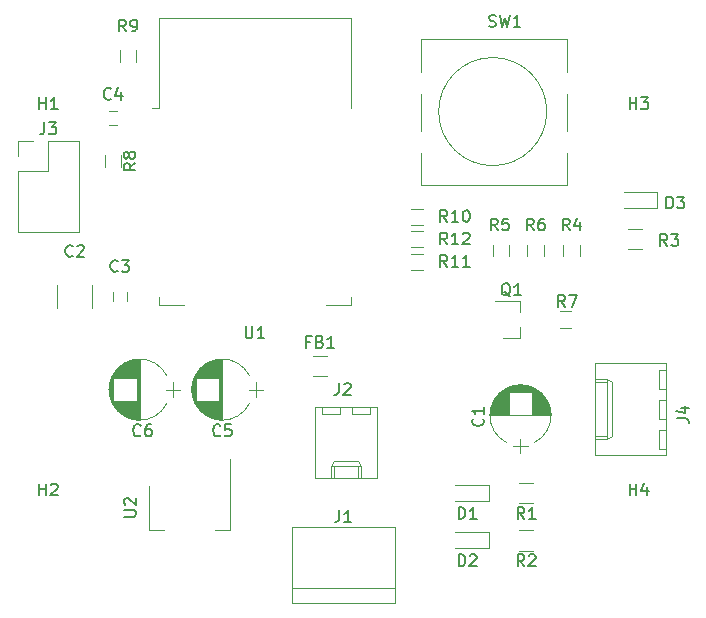
<source format=gbr>
G04 #@! TF.GenerationSoftware,KiCad,Pcbnew,5.0.1*
G04 #@! TF.CreationDate,2018-11-13T21:20:22+00:00*
G04 #@! TF.ProjectId,ESP8266-WS2812B,455350383236362D575332383132422E,rev?*
G04 #@! TF.SameCoordinates,Original*
G04 #@! TF.FileFunction,Legend,Top*
G04 #@! TF.FilePolarity,Positive*
%FSLAX46Y46*%
G04 Gerber Fmt 4.6, Leading zero omitted, Abs format (unit mm)*
G04 Created by KiCad (PCBNEW 5.0.1) date Tue 13 Nov 2018 21:20:22 GMT*
%MOMM*%
%LPD*%
G01*
G04 APERTURE LIST*
%ADD10C,0.120000*%
%ADD11C,0.150000*%
G04 APERTURE END LIST*
D10*
G04 #@! TO.C,C1*
X144350000Y-137776000D02*
X145650000Y-137776000D01*
X145000000Y-138376000D02*
X145000000Y-137176000D01*
X144646000Y-132615000D02*
X145354000Y-132615000D01*
X144441000Y-132655000D02*
X145559000Y-132655000D01*
X144293000Y-132695000D02*
X145707000Y-132695000D01*
X144171000Y-132735000D02*
X145829000Y-132735000D01*
X144066000Y-132775000D02*
X145934000Y-132775000D01*
X143972000Y-132815000D02*
X146028000Y-132815000D01*
X143888000Y-132855000D02*
X146112000Y-132855000D01*
X143811000Y-132895000D02*
X146189000Y-132895000D01*
X143739000Y-132935000D02*
X146261000Y-132935000D01*
X143673000Y-132975000D02*
X146327000Y-132975000D01*
X143610000Y-133015000D02*
X146390000Y-133015000D01*
X143552000Y-133055000D02*
X146448000Y-133055000D01*
X143496000Y-133095000D02*
X146504000Y-133095000D01*
X143444000Y-133135000D02*
X146556000Y-133135000D01*
X143394000Y-133175000D02*
X146606000Y-133175000D01*
X145980000Y-133215000D02*
X146654000Y-133215000D01*
X143346000Y-133215000D02*
X144020000Y-133215000D01*
X145980000Y-133255000D02*
X146699000Y-133255000D01*
X143301000Y-133255000D02*
X144020000Y-133255000D01*
X145980000Y-133295000D02*
X146742000Y-133295000D01*
X143258000Y-133295000D02*
X144020000Y-133295000D01*
X145980000Y-133335000D02*
X146783000Y-133335000D01*
X143217000Y-133335000D02*
X144020000Y-133335000D01*
X145980000Y-133375000D02*
X146823000Y-133375000D01*
X143177000Y-133375000D02*
X144020000Y-133375000D01*
X145980000Y-133415000D02*
X146861000Y-133415000D01*
X143139000Y-133415000D02*
X144020000Y-133415000D01*
X145980000Y-133455000D02*
X146897000Y-133455000D01*
X143103000Y-133455000D02*
X144020000Y-133455000D01*
X145980000Y-133495000D02*
X146932000Y-133495000D01*
X143068000Y-133495000D02*
X144020000Y-133495000D01*
X145980000Y-133535000D02*
X146965000Y-133535000D01*
X143035000Y-133535000D02*
X144020000Y-133535000D01*
X145980000Y-133575000D02*
X146997000Y-133575000D01*
X143003000Y-133575000D02*
X144020000Y-133575000D01*
X145980000Y-133615000D02*
X147028000Y-133615000D01*
X142972000Y-133615000D02*
X144020000Y-133615000D01*
X145980000Y-133655000D02*
X147058000Y-133655000D01*
X142942000Y-133655000D02*
X144020000Y-133655000D01*
X145980000Y-133695000D02*
X147086000Y-133695000D01*
X142914000Y-133695000D02*
X144020000Y-133695000D01*
X145980000Y-133735000D02*
X147113000Y-133735000D01*
X142887000Y-133735000D02*
X144020000Y-133735000D01*
X145980000Y-133775000D02*
X147140000Y-133775000D01*
X142860000Y-133775000D02*
X144020000Y-133775000D01*
X145980000Y-133815000D02*
X147165000Y-133815000D01*
X142835000Y-133815000D02*
X144020000Y-133815000D01*
X145980000Y-133855000D02*
X147189000Y-133855000D01*
X142811000Y-133855000D02*
X144020000Y-133855000D01*
X145980000Y-133895000D02*
X147212000Y-133895000D01*
X142788000Y-133895000D02*
X144020000Y-133895000D01*
X145980000Y-133935000D02*
X147234000Y-133935000D01*
X142766000Y-133935000D02*
X144020000Y-133935000D01*
X145980000Y-133975000D02*
X147256000Y-133975000D01*
X142744000Y-133975000D02*
X144020000Y-133975000D01*
X145980000Y-134015000D02*
X147276000Y-134015000D01*
X142724000Y-134015000D02*
X144020000Y-134015000D01*
X145980000Y-134055000D02*
X147296000Y-134055000D01*
X142704000Y-134055000D02*
X144020000Y-134055000D01*
X145980000Y-134095000D02*
X147315000Y-134095000D01*
X142685000Y-134095000D02*
X144020000Y-134095000D01*
X145980000Y-134135000D02*
X147333000Y-134135000D01*
X142667000Y-134135000D02*
X144020000Y-134135000D01*
X145980000Y-134175000D02*
X147350000Y-134175000D01*
X142650000Y-134175000D02*
X144020000Y-134175000D01*
X145980000Y-134215000D02*
X147366000Y-134215000D01*
X142634000Y-134215000D02*
X144020000Y-134215000D01*
X145980000Y-134255000D02*
X147382000Y-134255000D01*
X142618000Y-134255000D02*
X144020000Y-134255000D01*
X145980000Y-134295000D02*
X147396000Y-134295000D01*
X142604000Y-134295000D02*
X144020000Y-134295000D01*
X145980000Y-134335000D02*
X147410000Y-134335000D01*
X142590000Y-134335000D02*
X144020000Y-134335000D01*
X145980000Y-134375000D02*
X147424000Y-134375000D01*
X142576000Y-134375000D02*
X144020000Y-134375000D01*
X145980000Y-134415000D02*
X147436000Y-134415000D01*
X142564000Y-134415000D02*
X144020000Y-134415000D01*
X145980000Y-134455000D02*
X147448000Y-134455000D01*
X142552000Y-134455000D02*
X144020000Y-134455000D01*
X145980000Y-134496000D02*
X147460000Y-134496000D01*
X142540000Y-134496000D02*
X144020000Y-134496000D01*
X145980000Y-134536000D02*
X147470000Y-134536000D01*
X142530000Y-134536000D02*
X144020000Y-134536000D01*
X145980000Y-134576000D02*
X147480000Y-134576000D01*
X142520000Y-134576000D02*
X144020000Y-134576000D01*
X145980000Y-134616000D02*
X147489000Y-134616000D01*
X142511000Y-134616000D02*
X144020000Y-134616000D01*
X145980000Y-134656000D02*
X147498000Y-134656000D01*
X142502000Y-134656000D02*
X144020000Y-134656000D01*
X145980000Y-134696000D02*
X147506000Y-134696000D01*
X142494000Y-134696000D02*
X144020000Y-134696000D01*
X145980000Y-134736000D02*
X147513000Y-134736000D01*
X142487000Y-134736000D02*
X144020000Y-134736000D01*
X145980000Y-134776000D02*
X147519000Y-134776000D01*
X142481000Y-134776000D02*
X144020000Y-134776000D01*
X145980000Y-134816000D02*
X147525000Y-134816000D01*
X142475000Y-134816000D02*
X144020000Y-134816000D01*
X145980000Y-134856000D02*
X147531000Y-134856000D01*
X142469000Y-134856000D02*
X144020000Y-134856000D01*
X145980000Y-134896000D02*
X147535000Y-134896000D01*
X142465000Y-134896000D02*
X144020000Y-134896000D01*
X145980000Y-134936000D02*
X147539000Y-134936000D01*
X142461000Y-134936000D02*
X144020000Y-134936000D01*
X145980000Y-134976000D02*
X147543000Y-134976000D01*
X142457000Y-134976000D02*
X144020000Y-134976000D01*
X145980000Y-135016000D02*
X147546000Y-135016000D01*
X142454000Y-135016000D02*
X144020000Y-135016000D01*
X145980000Y-135056000D02*
X147548000Y-135056000D01*
X142452000Y-135056000D02*
X144020000Y-135056000D01*
X145980000Y-135096000D02*
X147549000Y-135096000D01*
X142451000Y-135096000D02*
X144020000Y-135096000D01*
X145980000Y-135136000D02*
X147550000Y-135136000D01*
X142450000Y-135136000D02*
X144020000Y-135136000D01*
X142450000Y-135176000D02*
X147550000Y-135176000D01*
X146179723Y-132870278D02*
G75*
G03X143820000Y-132870420I-1179723J-2305722D01*
G01*
X146179723Y-132870278D02*
G75*
G02X146180000Y-137481580I-1179723J-2305722D01*
G01*
X143820277Y-132870278D02*
G75*
G03X143820000Y-137481580I1179723J-2305722D01*
G01*
G04 #@! TO.C,C2*
X105780000Y-124120000D02*
X105780000Y-126120000D01*
X108740000Y-126120000D02*
X108740000Y-124120000D01*
G04 #@! TO.C,C3*
X110470000Y-125470000D02*
X110470000Y-124770000D01*
X111670000Y-124770000D02*
X111670000Y-125470000D01*
G04 #@! TO.C,C4*
X110840000Y-110600000D02*
X110140000Y-110600000D01*
X110140000Y-109400000D02*
X110840000Y-109400000D01*
G04 #@! TO.C,C5*
X122600000Y-133650000D02*
X122600000Y-132350000D01*
X123200000Y-133000000D02*
X122000000Y-133000000D01*
X117189000Y-133354000D02*
X117189000Y-132646000D01*
X117229000Y-133559000D02*
X117229000Y-132441000D01*
X117269000Y-133707000D02*
X117269000Y-132293000D01*
X117309000Y-133829000D02*
X117309000Y-132171000D01*
X117349000Y-133934000D02*
X117349000Y-132066000D01*
X117389000Y-134028000D02*
X117389000Y-131972000D01*
X117429000Y-134112000D02*
X117429000Y-131888000D01*
X117469000Y-134189000D02*
X117469000Y-131811000D01*
X117509000Y-134261000D02*
X117509000Y-131739000D01*
X117549000Y-132020000D02*
X117549000Y-131673000D01*
X117549000Y-134327000D02*
X117549000Y-133980000D01*
X117589000Y-132020000D02*
X117589000Y-131610000D01*
X117589000Y-134390000D02*
X117589000Y-133980000D01*
X117629000Y-132020000D02*
X117629000Y-131552000D01*
X117629000Y-134448000D02*
X117629000Y-133980000D01*
X117669000Y-132020000D02*
X117669000Y-131496000D01*
X117669000Y-134504000D02*
X117669000Y-133980000D01*
X117709000Y-132020000D02*
X117709000Y-131444000D01*
X117709000Y-134556000D02*
X117709000Y-133980000D01*
X117749000Y-132020000D02*
X117749000Y-131394000D01*
X117749000Y-134606000D02*
X117749000Y-133980000D01*
X117789000Y-132020000D02*
X117789000Y-131346000D01*
X117789000Y-134654000D02*
X117789000Y-133980000D01*
X117829000Y-132020000D02*
X117829000Y-131301000D01*
X117829000Y-134699000D02*
X117829000Y-133980000D01*
X117869000Y-132020000D02*
X117869000Y-131258000D01*
X117869000Y-134742000D02*
X117869000Y-133980000D01*
X117909000Y-132020000D02*
X117909000Y-131217000D01*
X117909000Y-134783000D02*
X117909000Y-133980000D01*
X117949000Y-132020000D02*
X117949000Y-131177000D01*
X117949000Y-134823000D02*
X117949000Y-133980000D01*
X117989000Y-132020000D02*
X117989000Y-131139000D01*
X117989000Y-134861000D02*
X117989000Y-133980000D01*
X118029000Y-132020000D02*
X118029000Y-131103000D01*
X118029000Y-134897000D02*
X118029000Y-133980000D01*
X118069000Y-132020000D02*
X118069000Y-131068000D01*
X118069000Y-134932000D02*
X118069000Y-133980000D01*
X118109000Y-132020000D02*
X118109000Y-131035000D01*
X118109000Y-134965000D02*
X118109000Y-133980000D01*
X118149000Y-132020000D02*
X118149000Y-131003000D01*
X118149000Y-134997000D02*
X118149000Y-133980000D01*
X118189000Y-132020000D02*
X118189000Y-130972000D01*
X118189000Y-135028000D02*
X118189000Y-133980000D01*
X118229000Y-132020000D02*
X118229000Y-130942000D01*
X118229000Y-135058000D02*
X118229000Y-133980000D01*
X118269000Y-132020000D02*
X118269000Y-130914000D01*
X118269000Y-135086000D02*
X118269000Y-133980000D01*
X118309000Y-132020000D02*
X118309000Y-130887000D01*
X118309000Y-135113000D02*
X118309000Y-133980000D01*
X118349000Y-132020000D02*
X118349000Y-130860000D01*
X118349000Y-135140000D02*
X118349000Y-133980000D01*
X118389000Y-132020000D02*
X118389000Y-130835000D01*
X118389000Y-135165000D02*
X118389000Y-133980000D01*
X118429000Y-132020000D02*
X118429000Y-130811000D01*
X118429000Y-135189000D02*
X118429000Y-133980000D01*
X118469000Y-132020000D02*
X118469000Y-130788000D01*
X118469000Y-135212000D02*
X118469000Y-133980000D01*
X118509000Y-132020000D02*
X118509000Y-130766000D01*
X118509000Y-135234000D02*
X118509000Y-133980000D01*
X118549000Y-132020000D02*
X118549000Y-130744000D01*
X118549000Y-135256000D02*
X118549000Y-133980000D01*
X118589000Y-132020000D02*
X118589000Y-130724000D01*
X118589000Y-135276000D02*
X118589000Y-133980000D01*
X118629000Y-132020000D02*
X118629000Y-130704000D01*
X118629000Y-135296000D02*
X118629000Y-133980000D01*
X118669000Y-132020000D02*
X118669000Y-130685000D01*
X118669000Y-135315000D02*
X118669000Y-133980000D01*
X118709000Y-132020000D02*
X118709000Y-130667000D01*
X118709000Y-135333000D02*
X118709000Y-133980000D01*
X118749000Y-132020000D02*
X118749000Y-130650000D01*
X118749000Y-135350000D02*
X118749000Y-133980000D01*
X118789000Y-132020000D02*
X118789000Y-130634000D01*
X118789000Y-135366000D02*
X118789000Y-133980000D01*
X118829000Y-132020000D02*
X118829000Y-130618000D01*
X118829000Y-135382000D02*
X118829000Y-133980000D01*
X118869000Y-132020000D02*
X118869000Y-130604000D01*
X118869000Y-135396000D02*
X118869000Y-133980000D01*
X118909000Y-132020000D02*
X118909000Y-130590000D01*
X118909000Y-135410000D02*
X118909000Y-133980000D01*
X118949000Y-132020000D02*
X118949000Y-130576000D01*
X118949000Y-135424000D02*
X118949000Y-133980000D01*
X118989000Y-132020000D02*
X118989000Y-130564000D01*
X118989000Y-135436000D02*
X118989000Y-133980000D01*
X119029000Y-132020000D02*
X119029000Y-130552000D01*
X119029000Y-135448000D02*
X119029000Y-133980000D01*
X119070000Y-132020000D02*
X119070000Y-130540000D01*
X119070000Y-135460000D02*
X119070000Y-133980000D01*
X119110000Y-132020000D02*
X119110000Y-130530000D01*
X119110000Y-135470000D02*
X119110000Y-133980000D01*
X119150000Y-132020000D02*
X119150000Y-130520000D01*
X119150000Y-135480000D02*
X119150000Y-133980000D01*
X119190000Y-132020000D02*
X119190000Y-130511000D01*
X119190000Y-135489000D02*
X119190000Y-133980000D01*
X119230000Y-132020000D02*
X119230000Y-130502000D01*
X119230000Y-135498000D02*
X119230000Y-133980000D01*
X119270000Y-132020000D02*
X119270000Y-130494000D01*
X119270000Y-135506000D02*
X119270000Y-133980000D01*
X119310000Y-132020000D02*
X119310000Y-130487000D01*
X119310000Y-135513000D02*
X119310000Y-133980000D01*
X119350000Y-132020000D02*
X119350000Y-130481000D01*
X119350000Y-135519000D02*
X119350000Y-133980000D01*
X119390000Y-132020000D02*
X119390000Y-130475000D01*
X119390000Y-135525000D02*
X119390000Y-133980000D01*
X119430000Y-132020000D02*
X119430000Y-130469000D01*
X119430000Y-135531000D02*
X119430000Y-133980000D01*
X119470000Y-132020000D02*
X119470000Y-130465000D01*
X119470000Y-135535000D02*
X119470000Y-133980000D01*
X119510000Y-135539000D02*
X119510000Y-130461000D01*
X119550000Y-135543000D02*
X119550000Y-130457000D01*
X119590000Y-135546000D02*
X119590000Y-130454000D01*
X119630000Y-135548000D02*
X119630000Y-130452000D01*
X119670000Y-135549000D02*
X119670000Y-130451000D01*
X119710000Y-135550000D02*
X119710000Y-130450000D01*
X119750000Y-135550000D02*
X119750000Y-130450000D01*
X117444278Y-131820277D02*
G75*
G03X117444420Y-134180000I2305722J-1179723D01*
G01*
X117444278Y-131820277D02*
G75*
G02X122055580Y-131820000I2305722J-1179723D01*
G01*
X117444278Y-134179723D02*
G75*
G03X122055580Y-134180000I2305722J1179723D01*
G01*
G04 #@! TO.C,C6*
X110444278Y-134179723D02*
G75*
G03X115055580Y-134180000I2305722J1179723D01*
G01*
X110444278Y-131820277D02*
G75*
G02X115055580Y-131820000I2305722J-1179723D01*
G01*
X110444278Y-131820277D02*
G75*
G03X110444420Y-134180000I2305722J-1179723D01*
G01*
X112750000Y-135550000D02*
X112750000Y-130450000D01*
X112710000Y-135550000D02*
X112710000Y-130450000D01*
X112670000Y-135549000D02*
X112670000Y-130451000D01*
X112630000Y-135548000D02*
X112630000Y-130452000D01*
X112590000Y-135546000D02*
X112590000Y-130454000D01*
X112550000Y-135543000D02*
X112550000Y-130457000D01*
X112510000Y-135539000D02*
X112510000Y-130461000D01*
X112470000Y-135535000D02*
X112470000Y-133980000D01*
X112470000Y-132020000D02*
X112470000Y-130465000D01*
X112430000Y-135531000D02*
X112430000Y-133980000D01*
X112430000Y-132020000D02*
X112430000Y-130469000D01*
X112390000Y-135525000D02*
X112390000Y-133980000D01*
X112390000Y-132020000D02*
X112390000Y-130475000D01*
X112350000Y-135519000D02*
X112350000Y-133980000D01*
X112350000Y-132020000D02*
X112350000Y-130481000D01*
X112310000Y-135513000D02*
X112310000Y-133980000D01*
X112310000Y-132020000D02*
X112310000Y-130487000D01*
X112270000Y-135506000D02*
X112270000Y-133980000D01*
X112270000Y-132020000D02*
X112270000Y-130494000D01*
X112230000Y-135498000D02*
X112230000Y-133980000D01*
X112230000Y-132020000D02*
X112230000Y-130502000D01*
X112190000Y-135489000D02*
X112190000Y-133980000D01*
X112190000Y-132020000D02*
X112190000Y-130511000D01*
X112150000Y-135480000D02*
X112150000Y-133980000D01*
X112150000Y-132020000D02*
X112150000Y-130520000D01*
X112110000Y-135470000D02*
X112110000Y-133980000D01*
X112110000Y-132020000D02*
X112110000Y-130530000D01*
X112070000Y-135460000D02*
X112070000Y-133980000D01*
X112070000Y-132020000D02*
X112070000Y-130540000D01*
X112029000Y-135448000D02*
X112029000Y-133980000D01*
X112029000Y-132020000D02*
X112029000Y-130552000D01*
X111989000Y-135436000D02*
X111989000Y-133980000D01*
X111989000Y-132020000D02*
X111989000Y-130564000D01*
X111949000Y-135424000D02*
X111949000Y-133980000D01*
X111949000Y-132020000D02*
X111949000Y-130576000D01*
X111909000Y-135410000D02*
X111909000Y-133980000D01*
X111909000Y-132020000D02*
X111909000Y-130590000D01*
X111869000Y-135396000D02*
X111869000Y-133980000D01*
X111869000Y-132020000D02*
X111869000Y-130604000D01*
X111829000Y-135382000D02*
X111829000Y-133980000D01*
X111829000Y-132020000D02*
X111829000Y-130618000D01*
X111789000Y-135366000D02*
X111789000Y-133980000D01*
X111789000Y-132020000D02*
X111789000Y-130634000D01*
X111749000Y-135350000D02*
X111749000Y-133980000D01*
X111749000Y-132020000D02*
X111749000Y-130650000D01*
X111709000Y-135333000D02*
X111709000Y-133980000D01*
X111709000Y-132020000D02*
X111709000Y-130667000D01*
X111669000Y-135315000D02*
X111669000Y-133980000D01*
X111669000Y-132020000D02*
X111669000Y-130685000D01*
X111629000Y-135296000D02*
X111629000Y-133980000D01*
X111629000Y-132020000D02*
X111629000Y-130704000D01*
X111589000Y-135276000D02*
X111589000Y-133980000D01*
X111589000Y-132020000D02*
X111589000Y-130724000D01*
X111549000Y-135256000D02*
X111549000Y-133980000D01*
X111549000Y-132020000D02*
X111549000Y-130744000D01*
X111509000Y-135234000D02*
X111509000Y-133980000D01*
X111509000Y-132020000D02*
X111509000Y-130766000D01*
X111469000Y-135212000D02*
X111469000Y-133980000D01*
X111469000Y-132020000D02*
X111469000Y-130788000D01*
X111429000Y-135189000D02*
X111429000Y-133980000D01*
X111429000Y-132020000D02*
X111429000Y-130811000D01*
X111389000Y-135165000D02*
X111389000Y-133980000D01*
X111389000Y-132020000D02*
X111389000Y-130835000D01*
X111349000Y-135140000D02*
X111349000Y-133980000D01*
X111349000Y-132020000D02*
X111349000Y-130860000D01*
X111309000Y-135113000D02*
X111309000Y-133980000D01*
X111309000Y-132020000D02*
X111309000Y-130887000D01*
X111269000Y-135086000D02*
X111269000Y-133980000D01*
X111269000Y-132020000D02*
X111269000Y-130914000D01*
X111229000Y-135058000D02*
X111229000Y-133980000D01*
X111229000Y-132020000D02*
X111229000Y-130942000D01*
X111189000Y-135028000D02*
X111189000Y-133980000D01*
X111189000Y-132020000D02*
X111189000Y-130972000D01*
X111149000Y-134997000D02*
X111149000Y-133980000D01*
X111149000Y-132020000D02*
X111149000Y-131003000D01*
X111109000Y-134965000D02*
X111109000Y-133980000D01*
X111109000Y-132020000D02*
X111109000Y-131035000D01*
X111069000Y-134932000D02*
X111069000Y-133980000D01*
X111069000Y-132020000D02*
X111069000Y-131068000D01*
X111029000Y-134897000D02*
X111029000Y-133980000D01*
X111029000Y-132020000D02*
X111029000Y-131103000D01*
X110989000Y-134861000D02*
X110989000Y-133980000D01*
X110989000Y-132020000D02*
X110989000Y-131139000D01*
X110949000Y-134823000D02*
X110949000Y-133980000D01*
X110949000Y-132020000D02*
X110949000Y-131177000D01*
X110909000Y-134783000D02*
X110909000Y-133980000D01*
X110909000Y-132020000D02*
X110909000Y-131217000D01*
X110869000Y-134742000D02*
X110869000Y-133980000D01*
X110869000Y-132020000D02*
X110869000Y-131258000D01*
X110829000Y-134699000D02*
X110829000Y-133980000D01*
X110829000Y-132020000D02*
X110829000Y-131301000D01*
X110789000Y-134654000D02*
X110789000Y-133980000D01*
X110789000Y-132020000D02*
X110789000Y-131346000D01*
X110749000Y-134606000D02*
X110749000Y-133980000D01*
X110749000Y-132020000D02*
X110749000Y-131394000D01*
X110709000Y-134556000D02*
X110709000Y-133980000D01*
X110709000Y-132020000D02*
X110709000Y-131444000D01*
X110669000Y-134504000D02*
X110669000Y-133980000D01*
X110669000Y-132020000D02*
X110669000Y-131496000D01*
X110629000Y-134448000D02*
X110629000Y-133980000D01*
X110629000Y-132020000D02*
X110629000Y-131552000D01*
X110589000Y-134390000D02*
X110589000Y-133980000D01*
X110589000Y-132020000D02*
X110589000Y-131610000D01*
X110549000Y-134327000D02*
X110549000Y-133980000D01*
X110549000Y-132020000D02*
X110549000Y-131673000D01*
X110509000Y-134261000D02*
X110509000Y-131739000D01*
X110469000Y-134189000D02*
X110469000Y-131811000D01*
X110429000Y-134112000D02*
X110429000Y-131888000D01*
X110389000Y-134028000D02*
X110389000Y-131972000D01*
X110349000Y-133934000D02*
X110349000Y-132066000D01*
X110309000Y-133829000D02*
X110309000Y-132171000D01*
X110269000Y-133707000D02*
X110269000Y-132293000D01*
X110229000Y-133559000D02*
X110229000Y-132441000D01*
X110189000Y-133354000D02*
X110189000Y-132646000D01*
X116200000Y-133000000D02*
X115000000Y-133000000D01*
X115600000Y-133650000D02*
X115600000Y-132350000D01*
G04 #@! TO.C,D1*
X142300000Y-142450000D02*
X139500000Y-142450000D01*
X142300000Y-141050000D02*
X139500000Y-141050000D01*
X142300000Y-142450000D02*
X142300000Y-141050000D01*
G04 #@! TO.C,D2*
X142300000Y-146450000D02*
X142300000Y-145050000D01*
X142300000Y-145050000D02*
X139500000Y-145050000D01*
X142300000Y-146450000D02*
X139500000Y-146450000D01*
G04 #@! TO.C,D3*
X156597000Y-117652000D02*
X153797000Y-117652000D01*
X156597000Y-116252000D02*
X153797000Y-116252000D01*
X156597000Y-117652000D02*
X156597000Y-116252000D01*
G04 #@! TO.C,J1*
X125650000Y-151030000D02*
X125650000Y-144620000D01*
X134350000Y-149800000D02*
X125650000Y-149800000D01*
X134350000Y-144620000D02*
X134350000Y-151030000D01*
X125650000Y-144620000D02*
X134350000Y-144620000D01*
X125650000Y-151030000D02*
X134350000Y-151030000D01*
G04 #@! TO.C,J2*
X132300000Y-135100000D02*
X132300000Y-134480000D01*
X130700000Y-135100000D02*
X132300000Y-135100000D01*
X130700000Y-134480000D02*
X130700000Y-135100000D01*
X129760000Y-135100000D02*
X129760000Y-134480000D01*
X128160000Y-135100000D02*
X129760000Y-135100000D01*
X128160000Y-134480000D02*
X128160000Y-135100000D01*
X131250000Y-140480000D02*
X131250000Y-139480000D01*
X129210000Y-140480000D02*
X129210000Y-139480000D01*
X131250000Y-139050000D02*
X131500000Y-139480000D01*
X129210000Y-139050000D02*
X131250000Y-139050000D01*
X128960000Y-139480000D02*
X129210000Y-139050000D01*
X131500000Y-139480000D02*
X131500000Y-140480000D01*
X128960000Y-139480000D02*
X131500000Y-139480000D01*
X128960000Y-140480000D02*
X128960000Y-139480000D01*
X132870000Y-134480000D02*
X127590000Y-134480000D01*
X132870000Y-140480000D02*
X132870000Y-134480000D01*
X127590000Y-140480000D02*
X132870000Y-140480000D01*
X127590000Y-134480000D02*
X127590000Y-140480000D01*
G04 #@! TO.C,J4*
X156705000Y-137992000D02*
X157325000Y-137992000D01*
X156705000Y-136392000D02*
X156705000Y-137992000D01*
X157325000Y-136392000D02*
X156705000Y-136392000D01*
X156705000Y-135452000D02*
X157325000Y-135452000D01*
X156705000Y-133852000D02*
X156705000Y-135452000D01*
X157325000Y-133852000D02*
X156705000Y-133852000D01*
X156705000Y-132912000D02*
X157325000Y-132912000D01*
X156705000Y-131312000D02*
X156705000Y-132912000D01*
X157325000Y-131312000D02*
X156705000Y-131312000D01*
X151325000Y-136942000D02*
X152325000Y-136942000D01*
X151325000Y-132362000D02*
X152325000Y-132362000D01*
X152755000Y-136942000D02*
X152325000Y-137192000D01*
X152755000Y-132362000D02*
X152755000Y-136942000D01*
X152325000Y-132112000D02*
X152755000Y-132362000D01*
X152325000Y-137192000D02*
X151325000Y-137192000D01*
X152325000Y-132112000D02*
X152325000Y-137192000D01*
X151325000Y-132112000D02*
X152325000Y-132112000D01*
X157325000Y-138562000D02*
X157325000Y-130742000D01*
X151325000Y-138562000D02*
X157325000Y-138562000D01*
X151325000Y-130742000D02*
X151325000Y-138562000D01*
X157325000Y-130742000D02*
X151325000Y-130742000D01*
G04 #@! TO.C,Q1*
X145000000Y-128644000D02*
X143540000Y-128644000D01*
X145000000Y-125484000D02*
X142840000Y-125484000D01*
X145000000Y-125484000D02*
X145000000Y-126414000D01*
X145000000Y-128644000D02*
X145000000Y-127714000D01*
G04 #@! TO.C,R1*
X144900000Y-140870000D02*
X146100000Y-140870000D01*
X146100000Y-142630000D02*
X144900000Y-142630000D01*
G04 #@! TO.C,R2*
X146100000Y-146630000D02*
X144900000Y-146630000D01*
X144900000Y-144870000D02*
X146100000Y-144870000D01*
G04 #@! TO.C,R3*
X155270000Y-121134000D02*
X154070000Y-121134000D01*
X154070000Y-119374000D02*
X155270000Y-119374000D01*
G04 #@! TO.C,R4*
X150000000Y-120722000D02*
X150000000Y-121722000D01*
X148640000Y-121722000D02*
X148640000Y-120722000D01*
G04 #@! TO.C,R5*
X144031000Y-120722000D02*
X144031000Y-121722000D01*
X142671000Y-121722000D02*
X142671000Y-120722000D01*
G04 #@! TO.C,R6*
X145592000Y-121722000D02*
X145592000Y-120722000D01*
X146952000Y-120722000D02*
X146952000Y-121722000D01*
G04 #@! TO.C,R7*
X149312000Y-127744000D02*
X148312000Y-127744000D01*
X148312000Y-126384000D02*
X149312000Y-126384000D01*
G04 #@! TO.C,R8*
X111170000Y-113150000D02*
X111170000Y-114150000D01*
X109810000Y-114150000D02*
X109810000Y-113150000D01*
G04 #@! TO.C,R9*
X112440000Y-104260000D02*
X112440000Y-105260000D01*
X111080000Y-105260000D02*
X111080000Y-104260000D01*
G04 #@! TO.C,R10*
X136755000Y-119029000D02*
X135755000Y-119029000D01*
X135755000Y-117669000D02*
X136755000Y-117669000D01*
G04 #@! TO.C,R11*
X136755000Y-122839000D02*
X135755000Y-122839000D01*
X135755000Y-121479000D02*
X136755000Y-121479000D01*
G04 #@! TO.C,R12*
X135755000Y-119574000D02*
X136755000Y-119574000D01*
X136755000Y-120934000D02*
X135755000Y-120934000D01*
G04 #@! TO.C,SW1*
X136600000Y-115650000D02*
X136600000Y-112930000D01*
X136600000Y-106070000D02*
X136600000Y-103350000D01*
X148900000Y-107930000D02*
X148900000Y-111070000D01*
X148900000Y-103350000D02*
X148900000Y-106070000D01*
X147229050Y-109460000D02*
G75*
G03X147229050Y-109460000I-4579050J0D01*
G01*
X148900000Y-112930000D02*
X148900000Y-115650000D01*
X136600000Y-103350000D02*
X148900000Y-103350000D01*
X136600000Y-111070000D02*
X136600000Y-107930000D01*
X148900000Y-115650000D02*
X136600000Y-115650000D01*
G04 #@! TO.C,U1*
X114380000Y-109190000D02*
X113770000Y-109190000D01*
X114380000Y-109190000D02*
X114380000Y-101570000D01*
X114380000Y-125810000D02*
X114380000Y-125190000D01*
X116500000Y-125810000D02*
X114380000Y-125810000D01*
X130620000Y-125810000D02*
X128500000Y-125810000D01*
X130620000Y-125190000D02*
X130620000Y-125810000D01*
X130620000Y-101570000D02*
X130620000Y-109190000D01*
X114380000Y-101570000D02*
X130620000Y-101570000D01*
G04 #@! TO.C,U2*
X120410000Y-138900000D02*
X120410000Y-144910000D01*
X113590000Y-141150000D02*
X113590000Y-144910000D01*
X120410000Y-144910000D02*
X119150000Y-144910000D01*
X113590000Y-144910000D02*
X114850000Y-144910000D01*
G04 #@! TO.C,FB1*
X127400000Y-130120000D02*
X128600000Y-130120000D01*
X128600000Y-131880000D02*
X127400000Y-131880000D01*
G04 #@! TO.C,J3*
X102420000Y-111920000D02*
X103750000Y-111920000D01*
X102420000Y-113250000D02*
X102420000Y-111920000D01*
X105020000Y-111920000D02*
X107620000Y-111920000D01*
X105020000Y-114520000D02*
X105020000Y-111920000D01*
X102420000Y-114520000D02*
X105020000Y-114520000D01*
X107620000Y-111920000D02*
X107620000Y-119660000D01*
X102420000Y-114520000D02*
X102420000Y-119660000D01*
X102420000Y-119660000D02*
X107620000Y-119660000D01*
G04 #@! TO.C,C1*
D11*
X141801142Y-135453666D02*
X141848761Y-135501285D01*
X141896380Y-135644142D01*
X141896380Y-135739380D01*
X141848761Y-135882238D01*
X141753523Y-135977476D01*
X141658285Y-136025095D01*
X141467809Y-136072714D01*
X141324952Y-136072714D01*
X141134476Y-136025095D01*
X141039238Y-135977476D01*
X140944000Y-135882238D01*
X140896380Y-135739380D01*
X140896380Y-135644142D01*
X140944000Y-135501285D01*
X140991619Y-135453666D01*
X141896380Y-134501285D02*
X141896380Y-135072714D01*
X141896380Y-134787000D02*
X140896380Y-134787000D01*
X141039238Y-134882238D01*
X141134476Y-134977476D01*
X141182095Y-135072714D01*
G04 #@! TO.C,C2*
X107093333Y-121667142D02*
X107045714Y-121714761D01*
X106902857Y-121762380D01*
X106807619Y-121762380D01*
X106664761Y-121714761D01*
X106569523Y-121619523D01*
X106521904Y-121524285D01*
X106474285Y-121333809D01*
X106474285Y-121190952D01*
X106521904Y-121000476D01*
X106569523Y-120905238D01*
X106664761Y-120810000D01*
X106807619Y-120762380D01*
X106902857Y-120762380D01*
X107045714Y-120810000D01*
X107093333Y-120857619D01*
X107474285Y-120857619D02*
X107521904Y-120810000D01*
X107617142Y-120762380D01*
X107855238Y-120762380D01*
X107950476Y-120810000D01*
X107998095Y-120857619D01*
X108045714Y-120952857D01*
X108045714Y-121048095D01*
X107998095Y-121190952D01*
X107426666Y-121762380D01*
X108045714Y-121762380D01*
G04 #@! TO.C,C3*
X110903333Y-122937142D02*
X110855714Y-122984761D01*
X110712857Y-123032380D01*
X110617619Y-123032380D01*
X110474761Y-122984761D01*
X110379523Y-122889523D01*
X110331904Y-122794285D01*
X110284285Y-122603809D01*
X110284285Y-122460952D01*
X110331904Y-122270476D01*
X110379523Y-122175238D01*
X110474761Y-122080000D01*
X110617619Y-122032380D01*
X110712857Y-122032380D01*
X110855714Y-122080000D01*
X110903333Y-122127619D01*
X111236666Y-122032380D02*
X111855714Y-122032380D01*
X111522380Y-122413333D01*
X111665238Y-122413333D01*
X111760476Y-122460952D01*
X111808095Y-122508571D01*
X111855714Y-122603809D01*
X111855714Y-122841904D01*
X111808095Y-122937142D01*
X111760476Y-122984761D01*
X111665238Y-123032380D01*
X111379523Y-123032380D01*
X111284285Y-122984761D01*
X111236666Y-122937142D01*
G04 #@! TO.C,C4*
X110323333Y-108357142D02*
X110275714Y-108404761D01*
X110132857Y-108452380D01*
X110037619Y-108452380D01*
X109894761Y-108404761D01*
X109799523Y-108309523D01*
X109751904Y-108214285D01*
X109704285Y-108023809D01*
X109704285Y-107880952D01*
X109751904Y-107690476D01*
X109799523Y-107595238D01*
X109894761Y-107500000D01*
X110037619Y-107452380D01*
X110132857Y-107452380D01*
X110275714Y-107500000D01*
X110323333Y-107547619D01*
X111180476Y-107785714D02*
X111180476Y-108452380D01*
X110942380Y-107404761D02*
X110704285Y-108119047D01*
X111323333Y-108119047D01*
G04 #@! TO.C,C5*
X119583333Y-136857142D02*
X119535714Y-136904761D01*
X119392857Y-136952380D01*
X119297619Y-136952380D01*
X119154761Y-136904761D01*
X119059523Y-136809523D01*
X119011904Y-136714285D01*
X118964285Y-136523809D01*
X118964285Y-136380952D01*
X119011904Y-136190476D01*
X119059523Y-136095238D01*
X119154761Y-136000000D01*
X119297619Y-135952380D01*
X119392857Y-135952380D01*
X119535714Y-136000000D01*
X119583333Y-136047619D01*
X120488095Y-135952380D02*
X120011904Y-135952380D01*
X119964285Y-136428571D01*
X120011904Y-136380952D01*
X120107142Y-136333333D01*
X120345238Y-136333333D01*
X120440476Y-136380952D01*
X120488095Y-136428571D01*
X120535714Y-136523809D01*
X120535714Y-136761904D01*
X120488095Y-136857142D01*
X120440476Y-136904761D01*
X120345238Y-136952380D01*
X120107142Y-136952380D01*
X120011904Y-136904761D01*
X119964285Y-136857142D01*
G04 #@! TO.C,C6*
X112833333Y-136857142D02*
X112785714Y-136904761D01*
X112642857Y-136952380D01*
X112547619Y-136952380D01*
X112404761Y-136904761D01*
X112309523Y-136809523D01*
X112261904Y-136714285D01*
X112214285Y-136523809D01*
X112214285Y-136380952D01*
X112261904Y-136190476D01*
X112309523Y-136095238D01*
X112404761Y-136000000D01*
X112547619Y-135952380D01*
X112642857Y-135952380D01*
X112785714Y-136000000D01*
X112833333Y-136047619D01*
X113690476Y-135952380D02*
X113500000Y-135952380D01*
X113404761Y-136000000D01*
X113357142Y-136047619D01*
X113261904Y-136190476D01*
X113214285Y-136380952D01*
X113214285Y-136761904D01*
X113261904Y-136857142D01*
X113309523Y-136904761D01*
X113404761Y-136952380D01*
X113595238Y-136952380D01*
X113690476Y-136904761D01*
X113738095Y-136857142D01*
X113785714Y-136761904D01*
X113785714Y-136523809D01*
X113738095Y-136428571D01*
X113690476Y-136380952D01*
X113595238Y-136333333D01*
X113404761Y-136333333D01*
X113309523Y-136380952D01*
X113261904Y-136428571D01*
X113214285Y-136523809D01*
G04 #@! TO.C,D1*
X139761904Y-143952380D02*
X139761904Y-142952380D01*
X140000000Y-142952380D01*
X140142857Y-143000000D01*
X140238095Y-143095238D01*
X140285714Y-143190476D01*
X140333333Y-143380952D01*
X140333333Y-143523809D01*
X140285714Y-143714285D01*
X140238095Y-143809523D01*
X140142857Y-143904761D01*
X140000000Y-143952380D01*
X139761904Y-143952380D01*
X141285714Y-143952380D02*
X140714285Y-143952380D01*
X141000000Y-143952380D02*
X141000000Y-142952380D01*
X140904761Y-143095238D01*
X140809523Y-143190476D01*
X140714285Y-143238095D01*
G04 #@! TO.C,D2*
X139761904Y-147952380D02*
X139761904Y-146952380D01*
X140000000Y-146952380D01*
X140142857Y-147000000D01*
X140238095Y-147095238D01*
X140285714Y-147190476D01*
X140333333Y-147380952D01*
X140333333Y-147523809D01*
X140285714Y-147714285D01*
X140238095Y-147809523D01*
X140142857Y-147904761D01*
X140000000Y-147952380D01*
X139761904Y-147952380D01*
X140714285Y-147047619D02*
X140761904Y-147000000D01*
X140857142Y-146952380D01*
X141095238Y-146952380D01*
X141190476Y-147000000D01*
X141238095Y-147047619D01*
X141285714Y-147142857D01*
X141285714Y-147238095D01*
X141238095Y-147380952D01*
X140666666Y-147952380D01*
X141285714Y-147952380D01*
G04 #@! TO.C,D3*
X157360904Y-117658380D02*
X157360904Y-116658380D01*
X157599000Y-116658380D01*
X157741857Y-116706000D01*
X157837095Y-116801238D01*
X157884714Y-116896476D01*
X157932333Y-117086952D01*
X157932333Y-117229809D01*
X157884714Y-117420285D01*
X157837095Y-117515523D01*
X157741857Y-117610761D01*
X157599000Y-117658380D01*
X157360904Y-117658380D01*
X158265666Y-116658380D02*
X158884714Y-116658380D01*
X158551380Y-117039333D01*
X158694238Y-117039333D01*
X158789476Y-117086952D01*
X158837095Y-117134571D01*
X158884714Y-117229809D01*
X158884714Y-117467904D01*
X158837095Y-117563142D01*
X158789476Y-117610761D01*
X158694238Y-117658380D01*
X158408523Y-117658380D01*
X158313285Y-117610761D01*
X158265666Y-117563142D01*
G04 #@! TO.C,J1*
X129666666Y-143212380D02*
X129666666Y-143926666D01*
X129619047Y-144069523D01*
X129523809Y-144164761D01*
X129380952Y-144212380D01*
X129285714Y-144212380D01*
X130666666Y-144212380D02*
X130095238Y-144212380D01*
X130380952Y-144212380D02*
X130380952Y-143212380D01*
X130285714Y-143355238D01*
X130190476Y-143450476D01*
X130095238Y-143498095D01*
G04 #@! TO.C,J2*
X129626666Y-132452380D02*
X129626666Y-133166666D01*
X129579047Y-133309523D01*
X129483809Y-133404761D01*
X129340952Y-133452380D01*
X129245714Y-133452380D01*
X130055238Y-132547619D02*
X130102857Y-132500000D01*
X130198095Y-132452380D01*
X130436190Y-132452380D01*
X130531428Y-132500000D01*
X130579047Y-132547619D01*
X130626666Y-132642857D01*
X130626666Y-132738095D01*
X130579047Y-132880952D01*
X130007619Y-133452380D01*
X130626666Y-133452380D01*
G04 #@! TO.C,J4*
X158257380Y-135445333D02*
X158971666Y-135445333D01*
X159114523Y-135492952D01*
X159209761Y-135588190D01*
X159257380Y-135731047D01*
X159257380Y-135826285D01*
X158590714Y-134540571D02*
X159257380Y-134540571D01*
X158209761Y-134778666D02*
X158924047Y-135016761D01*
X158924047Y-134397714D01*
G04 #@! TO.C,Q1*
X144144761Y-125111619D02*
X144049523Y-125064000D01*
X143954285Y-124968761D01*
X143811428Y-124825904D01*
X143716190Y-124778285D01*
X143620952Y-124778285D01*
X143668571Y-125016380D02*
X143573333Y-124968761D01*
X143478095Y-124873523D01*
X143430476Y-124683047D01*
X143430476Y-124349714D01*
X143478095Y-124159238D01*
X143573333Y-124064000D01*
X143668571Y-124016380D01*
X143859047Y-124016380D01*
X143954285Y-124064000D01*
X144049523Y-124159238D01*
X144097142Y-124349714D01*
X144097142Y-124683047D01*
X144049523Y-124873523D01*
X143954285Y-124968761D01*
X143859047Y-125016380D01*
X143668571Y-125016380D01*
X145049523Y-125016380D02*
X144478095Y-125016380D01*
X144763809Y-125016380D02*
X144763809Y-124016380D01*
X144668571Y-124159238D01*
X144573333Y-124254476D01*
X144478095Y-124302095D01*
G04 #@! TO.C,R1*
X145333333Y-143952380D02*
X145000000Y-143476190D01*
X144761904Y-143952380D02*
X144761904Y-142952380D01*
X145142857Y-142952380D01*
X145238095Y-143000000D01*
X145285714Y-143047619D01*
X145333333Y-143142857D01*
X145333333Y-143285714D01*
X145285714Y-143380952D01*
X145238095Y-143428571D01*
X145142857Y-143476190D01*
X144761904Y-143476190D01*
X146285714Y-143952380D02*
X145714285Y-143952380D01*
X146000000Y-143952380D02*
X146000000Y-142952380D01*
X145904761Y-143095238D01*
X145809523Y-143190476D01*
X145714285Y-143238095D01*
G04 #@! TO.C,R2*
X145333333Y-147952380D02*
X145000000Y-147476190D01*
X144761904Y-147952380D02*
X144761904Y-146952380D01*
X145142857Y-146952380D01*
X145238095Y-147000000D01*
X145285714Y-147047619D01*
X145333333Y-147142857D01*
X145333333Y-147285714D01*
X145285714Y-147380952D01*
X145238095Y-147428571D01*
X145142857Y-147476190D01*
X144761904Y-147476190D01*
X145714285Y-147047619D02*
X145761904Y-147000000D01*
X145857142Y-146952380D01*
X146095238Y-146952380D01*
X146190476Y-147000000D01*
X146238095Y-147047619D01*
X146285714Y-147142857D01*
X146285714Y-147238095D01*
X146238095Y-147380952D01*
X145666666Y-147952380D01*
X146285714Y-147952380D01*
G04 #@! TO.C,R3*
X157424333Y-120833380D02*
X157091000Y-120357190D01*
X156852904Y-120833380D02*
X156852904Y-119833380D01*
X157233857Y-119833380D01*
X157329095Y-119881000D01*
X157376714Y-119928619D01*
X157424333Y-120023857D01*
X157424333Y-120166714D01*
X157376714Y-120261952D01*
X157329095Y-120309571D01*
X157233857Y-120357190D01*
X156852904Y-120357190D01*
X157757666Y-119833380D02*
X158376714Y-119833380D01*
X158043380Y-120214333D01*
X158186238Y-120214333D01*
X158281476Y-120261952D01*
X158329095Y-120309571D01*
X158376714Y-120404809D01*
X158376714Y-120642904D01*
X158329095Y-120738142D01*
X158281476Y-120785761D01*
X158186238Y-120833380D01*
X157900523Y-120833380D01*
X157805285Y-120785761D01*
X157757666Y-120738142D01*
G04 #@! TO.C,R4*
X149153333Y-119515380D02*
X148820000Y-119039190D01*
X148581904Y-119515380D02*
X148581904Y-118515380D01*
X148962857Y-118515380D01*
X149058095Y-118563000D01*
X149105714Y-118610619D01*
X149153333Y-118705857D01*
X149153333Y-118848714D01*
X149105714Y-118943952D01*
X149058095Y-118991571D01*
X148962857Y-119039190D01*
X148581904Y-119039190D01*
X150010476Y-118848714D02*
X150010476Y-119515380D01*
X149772380Y-118467761D02*
X149534285Y-119182047D01*
X150153333Y-119182047D01*
G04 #@! TO.C,R5*
X143057333Y-119515380D02*
X142724000Y-119039190D01*
X142485904Y-119515380D02*
X142485904Y-118515380D01*
X142866857Y-118515380D01*
X142962095Y-118563000D01*
X143009714Y-118610619D01*
X143057333Y-118705857D01*
X143057333Y-118848714D01*
X143009714Y-118943952D01*
X142962095Y-118991571D01*
X142866857Y-119039190D01*
X142485904Y-119039190D01*
X143962095Y-118515380D02*
X143485904Y-118515380D01*
X143438285Y-118991571D01*
X143485904Y-118943952D01*
X143581142Y-118896333D01*
X143819238Y-118896333D01*
X143914476Y-118943952D01*
X143962095Y-118991571D01*
X144009714Y-119086809D01*
X144009714Y-119324904D01*
X143962095Y-119420142D01*
X143914476Y-119467761D01*
X143819238Y-119515380D01*
X143581142Y-119515380D01*
X143485904Y-119467761D01*
X143438285Y-119420142D01*
G04 #@! TO.C,R6*
X146105333Y-119515380D02*
X145772000Y-119039190D01*
X145533904Y-119515380D02*
X145533904Y-118515380D01*
X145914857Y-118515380D01*
X146010095Y-118563000D01*
X146057714Y-118610619D01*
X146105333Y-118705857D01*
X146105333Y-118848714D01*
X146057714Y-118943952D01*
X146010095Y-118991571D01*
X145914857Y-119039190D01*
X145533904Y-119039190D01*
X146962476Y-118515380D02*
X146772000Y-118515380D01*
X146676761Y-118563000D01*
X146629142Y-118610619D01*
X146533904Y-118753476D01*
X146486285Y-118943952D01*
X146486285Y-119324904D01*
X146533904Y-119420142D01*
X146581523Y-119467761D01*
X146676761Y-119515380D01*
X146867238Y-119515380D01*
X146962476Y-119467761D01*
X147010095Y-119420142D01*
X147057714Y-119324904D01*
X147057714Y-119086809D01*
X147010095Y-118991571D01*
X146962476Y-118943952D01*
X146867238Y-118896333D01*
X146676761Y-118896333D01*
X146581523Y-118943952D01*
X146533904Y-118991571D01*
X146486285Y-119086809D01*
G04 #@! TO.C,R7*
X148772333Y-125992380D02*
X148439000Y-125516190D01*
X148200904Y-125992380D02*
X148200904Y-124992380D01*
X148581857Y-124992380D01*
X148677095Y-125040000D01*
X148724714Y-125087619D01*
X148772333Y-125182857D01*
X148772333Y-125325714D01*
X148724714Y-125420952D01*
X148677095Y-125468571D01*
X148581857Y-125516190D01*
X148200904Y-125516190D01*
X149105666Y-124992380D02*
X149772333Y-124992380D01*
X149343761Y-125992380D01*
G04 #@! TO.C,R8*
X112392380Y-113816666D02*
X111916190Y-114150000D01*
X112392380Y-114388095D02*
X111392380Y-114388095D01*
X111392380Y-114007142D01*
X111440000Y-113911904D01*
X111487619Y-113864285D01*
X111582857Y-113816666D01*
X111725714Y-113816666D01*
X111820952Y-113864285D01*
X111868571Y-113911904D01*
X111916190Y-114007142D01*
X111916190Y-114388095D01*
X111820952Y-113245238D02*
X111773333Y-113340476D01*
X111725714Y-113388095D01*
X111630476Y-113435714D01*
X111582857Y-113435714D01*
X111487619Y-113388095D01*
X111440000Y-113340476D01*
X111392380Y-113245238D01*
X111392380Y-113054761D01*
X111440000Y-112959523D01*
X111487619Y-112911904D01*
X111582857Y-112864285D01*
X111630476Y-112864285D01*
X111725714Y-112911904D01*
X111773333Y-112959523D01*
X111820952Y-113054761D01*
X111820952Y-113245238D01*
X111868571Y-113340476D01*
X111916190Y-113388095D01*
X112011428Y-113435714D01*
X112201904Y-113435714D01*
X112297142Y-113388095D01*
X112344761Y-113340476D01*
X112392380Y-113245238D01*
X112392380Y-113054761D01*
X112344761Y-112959523D01*
X112297142Y-112911904D01*
X112201904Y-112864285D01*
X112011428Y-112864285D01*
X111916190Y-112911904D01*
X111868571Y-112959523D01*
X111820952Y-113054761D01*
G04 #@! TO.C,R9*
X111593333Y-102672380D02*
X111260000Y-102196190D01*
X111021904Y-102672380D02*
X111021904Y-101672380D01*
X111402857Y-101672380D01*
X111498095Y-101720000D01*
X111545714Y-101767619D01*
X111593333Y-101862857D01*
X111593333Y-102005714D01*
X111545714Y-102100952D01*
X111498095Y-102148571D01*
X111402857Y-102196190D01*
X111021904Y-102196190D01*
X112069523Y-102672380D02*
X112260000Y-102672380D01*
X112355238Y-102624761D01*
X112402857Y-102577142D01*
X112498095Y-102434285D01*
X112545714Y-102243809D01*
X112545714Y-101862857D01*
X112498095Y-101767619D01*
X112450476Y-101720000D01*
X112355238Y-101672380D01*
X112164761Y-101672380D01*
X112069523Y-101720000D01*
X112021904Y-101767619D01*
X111974285Y-101862857D01*
X111974285Y-102100952D01*
X112021904Y-102196190D01*
X112069523Y-102243809D01*
X112164761Y-102291428D01*
X112355238Y-102291428D01*
X112450476Y-102243809D01*
X112498095Y-102196190D01*
X112545714Y-102100952D01*
G04 #@! TO.C,R10*
X138787142Y-118801380D02*
X138453809Y-118325190D01*
X138215714Y-118801380D02*
X138215714Y-117801380D01*
X138596666Y-117801380D01*
X138691904Y-117849000D01*
X138739523Y-117896619D01*
X138787142Y-117991857D01*
X138787142Y-118134714D01*
X138739523Y-118229952D01*
X138691904Y-118277571D01*
X138596666Y-118325190D01*
X138215714Y-118325190D01*
X139739523Y-118801380D02*
X139168095Y-118801380D01*
X139453809Y-118801380D02*
X139453809Y-117801380D01*
X139358571Y-117944238D01*
X139263333Y-118039476D01*
X139168095Y-118087095D01*
X140358571Y-117801380D02*
X140453809Y-117801380D01*
X140549047Y-117849000D01*
X140596666Y-117896619D01*
X140644285Y-117991857D01*
X140691904Y-118182333D01*
X140691904Y-118420428D01*
X140644285Y-118610904D01*
X140596666Y-118706142D01*
X140549047Y-118753761D01*
X140453809Y-118801380D01*
X140358571Y-118801380D01*
X140263333Y-118753761D01*
X140215714Y-118706142D01*
X140168095Y-118610904D01*
X140120476Y-118420428D01*
X140120476Y-118182333D01*
X140168095Y-117991857D01*
X140215714Y-117896619D01*
X140263333Y-117849000D01*
X140358571Y-117801380D01*
G04 #@! TO.C,R11*
X138787142Y-122611380D02*
X138453809Y-122135190D01*
X138215714Y-122611380D02*
X138215714Y-121611380D01*
X138596666Y-121611380D01*
X138691904Y-121659000D01*
X138739523Y-121706619D01*
X138787142Y-121801857D01*
X138787142Y-121944714D01*
X138739523Y-122039952D01*
X138691904Y-122087571D01*
X138596666Y-122135190D01*
X138215714Y-122135190D01*
X139739523Y-122611380D02*
X139168095Y-122611380D01*
X139453809Y-122611380D02*
X139453809Y-121611380D01*
X139358571Y-121754238D01*
X139263333Y-121849476D01*
X139168095Y-121897095D01*
X140691904Y-122611380D02*
X140120476Y-122611380D01*
X140406190Y-122611380D02*
X140406190Y-121611380D01*
X140310952Y-121754238D01*
X140215714Y-121849476D01*
X140120476Y-121897095D01*
G04 #@! TO.C,R12*
X138787142Y-120706380D02*
X138453809Y-120230190D01*
X138215714Y-120706380D02*
X138215714Y-119706380D01*
X138596666Y-119706380D01*
X138691904Y-119754000D01*
X138739523Y-119801619D01*
X138787142Y-119896857D01*
X138787142Y-120039714D01*
X138739523Y-120134952D01*
X138691904Y-120182571D01*
X138596666Y-120230190D01*
X138215714Y-120230190D01*
X139739523Y-120706380D02*
X139168095Y-120706380D01*
X139453809Y-120706380D02*
X139453809Y-119706380D01*
X139358571Y-119849238D01*
X139263333Y-119944476D01*
X139168095Y-119992095D01*
X140120476Y-119801619D02*
X140168095Y-119754000D01*
X140263333Y-119706380D01*
X140501428Y-119706380D01*
X140596666Y-119754000D01*
X140644285Y-119801619D01*
X140691904Y-119896857D01*
X140691904Y-119992095D01*
X140644285Y-120134952D01*
X140072857Y-120706380D01*
X140691904Y-120706380D01*
G04 #@! TO.C,SW1*
X142332666Y-102244761D02*
X142475523Y-102292380D01*
X142713619Y-102292380D01*
X142808857Y-102244761D01*
X142856476Y-102197142D01*
X142904095Y-102101904D01*
X142904095Y-102006666D01*
X142856476Y-101911428D01*
X142808857Y-101863809D01*
X142713619Y-101816190D01*
X142523142Y-101768571D01*
X142427904Y-101720952D01*
X142380285Y-101673333D01*
X142332666Y-101578095D01*
X142332666Y-101482857D01*
X142380285Y-101387619D01*
X142427904Y-101340000D01*
X142523142Y-101292380D01*
X142761238Y-101292380D01*
X142904095Y-101340000D01*
X143237428Y-101292380D02*
X143475523Y-102292380D01*
X143666000Y-101578095D01*
X143856476Y-102292380D01*
X144094571Y-101292380D01*
X144999333Y-102292380D02*
X144427904Y-102292380D01*
X144713619Y-102292380D02*
X144713619Y-101292380D01*
X144618380Y-101435238D01*
X144523142Y-101530476D01*
X144427904Y-101578095D01*
G04 #@! TO.C,U1*
X121738095Y-127642380D02*
X121738095Y-128451904D01*
X121785714Y-128547142D01*
X121833333Y-128594761D01*
X121928571Y-128642380D01*
X122119047Y-128642380D01*
X122214285Y-128594761D01*
X122261904Y-128547142D01*
X122309523Y-128451904D01*
X122309523Y-127642380D01*
X123309523Y-128642380D02*
X122738095Y-128642380D01*
X123023809Y-128642380D02*
X123023809Y-127642380D01*
X122928571Y-127785238D01*
X122833333Y-127880476D01*
X122738095Y-127928095D01*
G04 #@! TO.C,U2*
X111452380Y-143761904D02*
X112261904Y-143761904D01*
X112357142Y-143714285D01*
X112404761Y-143666666D01*
X112452380Y-143571428D01*
X112452380Y-143380952D01*
X112404761Y-143285714D01*
X112357142Y-143238095D01*
X112261904Y-143190476D01*
X111452380Y-143190476D01*
X111547619Y-142761904D02*
X111500000Y-142714285D01*
X111452380Y-142619047D01*
X111452380Y-142380952D01*
X111500000Y-142285714D01*
X111547619Y-142238095D01*
X111642857Y-142190476D01*
X111738095Y-142190476D01*
X111880952Y-142238095D01*
X112452380Y-142809523D01*
X112452380Y-142190476D01*
G04 #@! TO.C,FB1*
X127166666Y-128928571D02*
X126833333Y-128928571D01*
X126833333Y-129452380D02*
X126833333Y-128452380D01*
X127309523Y-128452380D01*
X128023809Y-128928571D02*
X128166666Y-128976190D01*
X128214285Y-129023809D01*
X128261904Y-129119047D01*
X128261904Y-129261904D01*
X128214285Y-129357142D01*
X128166666Y-129404761D01*
X128071428Y-129452380D01*
X127690476Y-129452380D01*
X127690476Y-128452380D01*
X128023809Y-128452380D01*
X128119047Y-128500000D01*
X128166666Y-128547619D01*
X128214285Y-128642857D01*
X128214285Y-128738095D01*
X128166666Y-128833333D01*
X128119047Y-128880952D01*
X128023809Y-128928571D01*
X127690476Y-128928571D01*
X129214285Y-129452380D02*
X128642857Y-129452380D01*
X128928571Y-129452380D02*
X128928571Y-128452380D01*
X128833333Y-128595238D01*
X128738095Y-128690476D01*
X128642857Y-128738095D01*
G04 #@! TO.C,J3*
X104686666Y-110372380D02*
X104686666Y-111086666D01*
X104639047Y-111229523D01*
X104543809Y-111324761D01*
X104400952Y-111372380D01*
X104305714Y-111372380D01*
X105067619Y-110372380D02*
X105686666Y-110372380D01*
X105353333Y-110753333D01*
X105496190Y-110753333D01*
X105591428Y-110800952D01*
X105639047Y-110848571D01*
X105686666Y-110943809D01*
X105686666Y-111181904D01*
X105639047Y-111277142D01*
X105591428Y-111324761D01*
X105496190Y-111372380D01*
X105210476Y-111372380D01*
X105115238Y-111324761D01*
X105067619Y-111277142D01*
G04 #@! TO.C,H1*
X104238095Y-109262380D02*
X104238095Y-108262380D01*
X104238095Y-108738571D02*
X104809523Y-108738571D01*
X104809523Y-109262380D02*
X104809523Y-108262380D01*
X105809523Y-109262380D02*
X105238095Y-109262380D01*
X105523809Y-109262380D02*
X105523809Y-108262380D01*
X105428571Y-108405238D01*
X105333333Y-108500476D01*
X105238095Y-108548095D01*
G04 #@! TO.C,H2*
X104238095Y-141952380D02*
X104238095Y-140952380D01*
X104238095Y-141428571D02*
X104809523Y-141428571D01*
X104809523Y-141952380D02*
X104809523Y-140952380D01*
X105238095Y-141047619D02*
X105285714Y-141000000D01*
X105380952Y-140952380D01*
X105619047Y-140952380D01*
X105714285Y-141000000D01*
X105761904Y-141047619D01*
X105809523Y-141142857D01*
X105809523Y-141238095D01*
X105761904Y-141380952D01*
X105190476Y-141952380D01*
X105809523Y-141952380D01*
G04 #@! TO.C,H3*
X154238095Y-109262380D02*
X154238095Y-108262380D01*
X154238095Y-108738571D02*
X154809523Y-108738571D01*
X154809523Y-109262380D02*
X154809523Y-108262380D01*
X155190476Y-108262380D02*
X155809523Y-108262380D01*
X155476190Y-108643333D01*
X155619047Y-108643333D01*
X155714285Y-108690952D01*
X155761904Y-108738571D01*
X155809523Y-108833809D01*
X155809523Y-109071904D01*
X155761904Y-109167142D01*
X155714285Y-109214761D01*
X155619047Y-109262380D01*
X155333333Y-109262380D01*
X155238095Y-109214761D01*
X155190476Y-109167142D01*
G04 #@! TO.C,H4*
X154238095Y-141952380D02*
X154238095Y-140952380D01*
X154238095Y-141428571D02*
X154809523Y-141428571D01*
X154809523Y-141952380D02*
X154809523Y-140952380D01*
X155714285Y-141285714D02*
X155714285Y-141952380D01*
X155476190Y-140904761D02*
X155238095Y-141619047D01*
X155857142Y-141619047D01*
G04 #@! TD*
M02*

</source>
